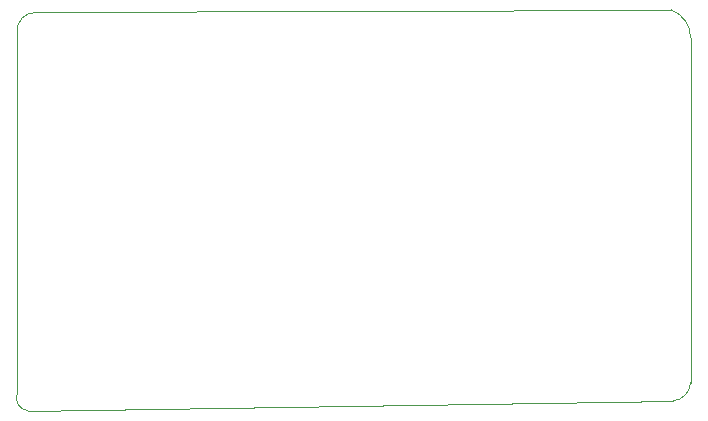
<source format=gm1>
G04 #@! TF.GenerationSoftware,KiCad,Pcbnew,(5.1.5)-3*
G04 #@! TF.CreationDate,2020-12-01T08:46:11+03:00*
G04 #@! TF.ProjectId,project3_4layer,70726f6a-6563-4743-935f-346c61796572,1*
G04 #@! TF.SameCoordinates,Original*
G04 #@! TF.FileFunction,Profile,NP*
%FSLAX46Y46*%
G04 Gerber Fmt 4.6, Leading zero omitted, Abs format (unit mm)*
G04 Created by KiCad (PCBNEW (5.1.5)-3) date 2020-12-01 08:46:11*
%MOMM*%
%LPD*%
G04 APERTURE LIST*
%ADD10C,0.050000*%
G04 APERTURE END LIST*
D10*
X149595092Y-120933608D02*
X95884999Y-121158001D01*
X94234000Y-153416000D02*
X94239193Y-122860684D01*
X149732999Y-154050999D02*
X95115412Y-154873709D01*
X151257000Y-123317000D02*
X151259327Y-152491852D01*
X94239194Y-122860684D02*
G75*
G02X95884999Y-121158001I1518806J178684D01*
G01*
X95115412Y-154873709D02*
G75*
G02X94234000Y-153416000I134588J1076709D01*
G01*
X151259326Y-152491852D02*
G75*
G02X149732999Y-154050999I-1653326J91852D01*
G01*
X149595092Y-120933608D02*
G75*
G02X151257000Y-123317000I-878092J-2383392D01*
G01*
M02*

</source>
